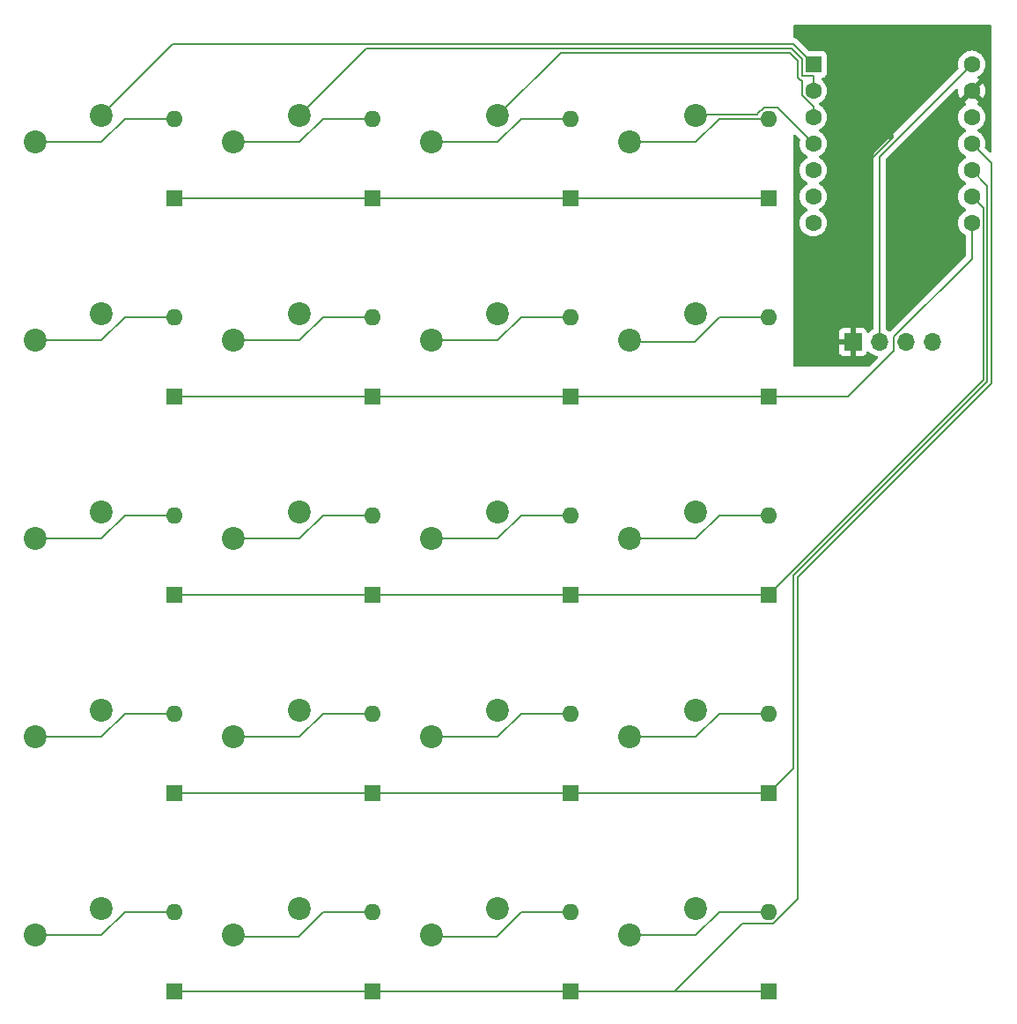
<source format=gbr>
%TF.GenerationSoftware,KiCad,Pcbnew,8.0.5*%
%TF.CreationDate,2024-10-04T21:57:20-05:00*%
%TF.ProjectId,HackPad_Neko,4861636b-5061-4645-9f4e-656b6f2e6b69,rev?*%
%TF.SameCoordinates,Original*%
%TF.FileFunction,Copper,L1,Top*%
%TF.FilePolarity,Positive*%
%FSLAX46Y46*%
G04 Gerber Fmt 4.6, Leading zero omitted, Abs format (unit mm)*
G04 Created by KiCad (PCBNEW 8.0.5) date 2024-10-04 21:57:20*
%MOMM*%
%LPD*%
G01*
G04 APERTURE LIST*
%TA.AperFunction,ComponentPad*%
%ADD10C,2.200000*%
%TD*%
%TA.AperFunction,ComponentPad*%
%ADD11R,1.700000X1.700000*%
%TD*%
%TA.AperFunction,ComponentPad*%
%ADD12O,1.700000X1.700000*%
%TD*%
%TA.AperFunction,ComponentPad*%
%ADD13R,1.600000X1.600000*%
%TD*%
%TA.AperFunction,ComponentPad*%
%ADD14C,1.600000*%
%TD*%
%TA.AperFunction,ComponentPad*%
%ADD15O,1.600000X1.600000*%
%TD*%
%TA.AperFunction,ViaPad*%
%ADD16C,0.600000*%
%TD*%
%TA.AperFunction,Conductor*%
%ADD17C,0.200000*%
%TD*%
G04 APERTURE END LIST*
D10*
%TO.P,MX15,1,1*%
%TO.N,C2*%
X159702500Y-118745000D03*
%TO.P,MX15,2,2*%
%TO.N,Net-(D15-A)*%
X153352500Y-121285000D03*
%TD*%
%TO.P,MX5,1,1*%
%TO.N,C0*%
X121602500Y-80645000D03*
%TO.P,MX5,2,2*%
%TO.N,Net-(D5-A)*%
X115252500Y-83185000D03*
%TD*%
%TO.P,MX18,1,1*%
%TO.N,C1*%
X140652500Y-137795000D03*
%TO.P,MX18,2,2*%
%TO.N,Net-(D18-A)*%
X134302500Y-140335000D03*
%TD*%
%TO.P,MX20,1,1*%
%TO.N,C3*%
X178752500Y-137795000D03*
%TO.P,MX20,2,2*%
%TO.N,Net-(D20-A)*%
X172402500Y-140335000D03*
%TD*%
%TO.P,MX14,1,1*%
%TO.N,C1*%
X140652500Y-118745000D03*
%TO.P,MX14,2,2*%
%TO.N,Net-(D14-A)*%
X134302500Y-121285000D03*
%TD*%
%TO.P,MX3,1,1*%
%TO.N,C2*%
X159702500Y-61595000D03*
%TO.P,MX3,2,2*%
%TO.N,Net-(D3-A)*%
X153352500Y-64135000D03*
%TD*%
%TO.P,MX2,1,1*%
%TO.N,C1*%
X140652500Y-61595000D03*
%TO.P,MX2,2,2*%
%TO.N,Net-(D2-A)*%
X134302500Y-64135000D03*
%TD*%
%TO.P,MX13,1,1*%
%TO.N,C0*%
X121602500Y-118745000D03*
%TO.P,MX13,2,2*%
%TO.N,Net-(D13-A)*%
X115252500Y-121285000D03*
%TD*%
%TO.P,MX6,1,1*%
%TO.N,C1*%
X140652500Y-80645000D03*
%TO.P,MX6,2,2*%
%TO.N,Net-(D6-A)*%
X134302500Y-83185000D03*
%TD*%
%TO.P,MX4,1,1*%
%TO.N,C3*%
X178752500Y-61595000D03*
%TO.P,MX4,2,2*%
%TO.N,Net-(D4-A)*%
X172402500Y-64135000D03*
%TD*%
%TO.P,MX19,1,1*%
%TO.N,C2*%
X159702500Y-137795000D03*
%TO.P,MX19,2,2*%
%TO.N,Net-(D19-A)*%
X153352500Y-140335000D03*
%TD*%
%TO.P,MX10,1,1*%
%TO.N,C1*%
X140652500Y-99695000D03*
%TO.P,MX10,2,2*%
%TO.N,Net-(D10-A)*%
X134302500Y-102235000D03*
%TD*%
%TO.P,MX12,1,1*%
%TO.N,C3*%
X178752500Y-99695000D03*
%TO.P,MX12,2,2*%
%TO.N,Net-(D12-A)*%
X172402500Y-102235000D03*
%TD*%
%TO.P,MX11,1,1*%
%TO.N,C2*%
X159702500Y-99695000D03*
%TO.P,MX11,2,2*%
%TO.N,Net-(D11-A)*%
X153352500Y-102235000D03*
%TD*%
D11*
%TO.P,J1,1,Pin_1*%
%TO.N,GND*%
X193833750Y-83343750D03*
D12*
%TO.P,J1,2,Pin_2*%
%TO.N,+5V*%
X196373750Y-83343750D03*
%TO.P,J1,3,Pin_3*%
%TO.N,SCL*%
X198913750Y-83343750D03*
%TO.P,J1,4,Pin_4*%
%TO.N,SDA*%
X201453750Y-83343750D03*
%TD*%
D10*
%TO.P,MX16,1,1*%
%TO.N,C3*%
X178752500Y-118745000D03*
%TO.P,MX16,2,2*%
%TO.N,Net-(D16-A)*%
X172402500Y-121285000D03*
%TD*%
%TO.P,MX7,1,1*%
%TO.N,C2*%
X159702500Y-80645000D03*
%TO.P,MX7,2,2*%
%TO.N,Net-(D7-A)*%
X153352500Y-83185000D03*
%TD*%
%TO.P,MX17,1,1*%
%TO.N,C0*%
X121602500Y-137795000D03*
%TO.P,MX17,2,2*%
%TO.N,Net-(D17-A)*%
X115252500Y-140335000D03*
%TD*%
%TO.P,MX8,1,1*%
%TO.N,C3*%
X178752500Y-80645000D03*
%TO.P,MX8,2,2*%
%TO.N,Net-(D8-A)*%
X172402500Y-83185000D03*
%TD*%
D13*
%TO.P,U1,1,PA02_A0_D0*%
%TO.N,C0*%
X190023750Y-56667500D03*
D14*
%TO.P,U1,2,PA4_A1_D1*%
%TO.N,C1*%
X190023750Y-59207500D03*
%TO.P,U1,3,PA10_A2_D2*%
%TO.N,C2*%
X190023750Y-61747500D03*
%TO.P,U1,4,PA11_A3_D3*%
%TO.N,C3*%
X190023750Y-64287500D03*
%TO.P,U1,5,PA8_A4_D4_SDA*%
%TO.N,SDA*%
X190023750Y-66827500D03*
%TO.P,U1,6,PA9_A5_D5_SCL*%
%TO.N,SCL*%
X190023750Y-69367500D03*
%TO.P,U1,7,PB08_A6_D6_TX*%
%TO.N,R0*%
X190023750Y-71907500D03*
%TO.P,U1,8,PB09_A7_D7_RX*%
%TO.N,R1*%
X205263750Y-71907500D03*
%TO.P,U1,9,PA7_A8_D8_SCK*%
%TO.N,R2*%
X205263750Y-69367500D03*
%TO.P,U1,10,PA5_A9_D9_MISO*%
%TO.N,R3*%
X205263750Y-66827500D03*
%TO.P,U1,11,PA6_A10_D10_MOSI*%
%TO.N,R4*%
X205263750Y-64287500D03*
%TO.P,U1,12,3V3*%
%TO.N,unconnected-(U1-3V3-Pad12)*%
X205263750Y-61747500D03*
%TO.P,U1,13,GND*%
%TO.N,GND*%
X205263750Y-59207500D03*
%TO.P,U1,14,5V*%
%TO.N,+5V*%
X205263750Y-56667500D03*
%TD*%
D10*
%TO.P,MX1,1,1*%
%TO.N,C0*%
X121602500Y-61595000D03*
%TO.P,MX1,2,2*%
%TO.N,Net-(D1-A)*%
X115252500Y-64135000D03*
%TD*%
%TO.P,MX9,1,1*%
%TO.N,C0*%
X121602500Y-99695000D03*
%TO.P,MX9,2,2*%
%TO.N,Net-(D9-A)*%
X115252500Y-102235000D03*
%TD*%
D13*
%TO.P,D10,1,K*%
%TO.N,R2*%
X147637500Y-107632500D03*
D15*
%TO.P,D10,2,A*%
%TO.N,Net-(D10-A)*%
X147637500Y-100012500D03*
%TD*%
D13*
%TO.P,D1,1,K*%
%TO.N,R0*%
X128587500Y-69532500D03*
D15*
%TO.P,D1,2,A*%
%TO.N,Net-(D1-A)*%
X128587500Y-61912500D03*
%TD*%
D13*
%TO.P,D19,1,K*%
%TO.N,R4*%
X166687500Y-145732500D03*
D15*
%TO.P,D19,2,A*%
%TO.N,Net-(D19-A)*%
X166687500Y-138112500D03*
%TD*%
D13*
%TO.P,D13,1,K*%
%TO.N,R3*%
X128587500Y-126682500D03*
D15*
%TO.P,D13,2,A*%
%TO.N,Net-(D13-A)*%
X128587500Y-119062500D03*
%TD*%
D13*
%TO.P,D18,1,K*%
%TO.N,R4*%
X147637500Y-145732500D03*
D15*
%TO.P,D18,2,A*%
%TO.N,Net-(D18-A)*%
X147637500Y-138112500D03*
%TD*%
D13*
%TO.P,D2,1,K*%
%TO.N,R0*%
X147637500Y-69532500D03*
D15*
%TO.P,D2,2,A*%
%TO.N,Net-(D2-A)*%
X147637500Y-61912500D03*
%TD*%
D13*
%TO.P,D11,1,K*%
%TO.N,R2*%
X166687500Y-107632500D03*
D15*
%TO.P,D11,2,A*%
%TO.N,Net-(D11-A)*%
X166687500Y-100012500D03*
%TD*%
D13*
%TO.P,D3,1,K*%
%TO.N,R0*%
X166687500Y-69532500D03*
D15*
%TO.P,D3,2,A*%
%TO.N,Net-(D3-A)*%
X166687500Y-61912500D03*
%TD*%
D13*
%TO.P,D17,1,K*%
%TO.N,R4*%
X128587500Y-145732500D03*
D15*
%TO.P,D17,2,A*%
%TO.N,Net-(D17-A)*%
X128587500Y-138112500D03*
%TD*%
D13*
%TO.P,D16,1,K*%
%TO.N,R3*%
X185737500Y-126682500D03*
D15*
%TO.P,D16,2,A*%
%TO.N,Net-(D16-A)*%
X185737500Y-119062500D03*
%TD*%
D13*
%TO.P,D9,1,K*%
%TO.N,R2*%
X128587500Y-107632500D03*
D15*
%TO.P,D9,2,A*%
%TO.N,Net-(D9-A)*%
X128587500Y-100012500D03*
%TD*%
D13*
%TO.P,D12,1,K*%
%TO.N,R2*%
X185737500Y-107632500D03*
D15*
%TO.P,D12,2,A*%
%TO.N,Net-(D12-A)*%
X185737500Y-100012500D03*
%TD*%
D13*
%TO.P,D6,1,K*%
%TO.N,R1*%
X147637500Y-88582500D03*
D15*
%TO.P,D6,2,A*%
%TO.N,Net-(D6-A)*%
X147637500Y-80962500D03*
%TD*%
D13*
%TO.P,D7,1,K*%
%TO.N,R1*%
X166687500Y-88582500D03*
D15*
%TO.P,D7,2,A*%
%TO.N,Net-(D7-A)*%
X166687500Y-80962500D03*
%TD*%
D13*
%TO.P,D14,1,K*%
%TO.N,R3*%
X147637500Y-126682500D03*
D15*
%TO.P,D14,2,A*%
%TO.N,Net-(D14-A)*%
X147637500Y-119062500D03*
%TD*%
D13*
%TO.P,D20,1,K*%
%TO.N,R4*%
X185737500Y-145732500D03*
D15*
%TO.P,D20,2,A*%
%TO.N,Net-(D20-A)*%
X185737500Y-138112500D03*
%TD*%
D13*
%TO.P,D4,1,K*%
%TO.N,R0*%
X185737500Y-69532500D03*
D15*
%TO.P,D4,2,A*%
%TO.N,Net-(D4-A)*%
X185737500Y-61912500D03*
%TD*%
D13*
%TO.P,D8,1,K*%
%TO.N,R1*%
X185737500Y-88582500D03*
D15*
%TO.P,D8,2,A*%
%TO.N,Net-(D8-A)*%
X185737500Y-80962500D03*
%TD*%
D13*
%TO.P,D15,1,K*%
%TO.N,R3*%
X166687500Y-126682500D03*
D15*
%TO.P,D15,2,A*%
%TO.N,Net-(D15-A)*%
X166687500Y-119062500D03*
%TD*%
D13*
%TO.P,D5,1,K*%
%TO.N,R1*%
X128587500Y-88582500D03*
D15*
%TO.P,D5,2,A*%
%TO.N,Net-(D5-A)*%
X128587500Y-80962500D03*
%TD*%
D16*
%TO.N,GND*%
X197502328Y-63580392D03*
%TD*%
D17*
%TO.N,Net-(D1-A)*%
X123825000Y-61912500D02*
X128587500Y-61912500D01*
X121602500Y-64135000D02*
X123825000Y-61912500D01*
X115252500Y-64135000D02*
X121602500Y-64135000D01*
%TO.N,R0*%
X128587500Y-69532500D02*
X185737500Y-69532500D01*
X185737500Y-69532500D02*
X185737500Y-70002500D01*
%TO.N,Net-(D2-A)*%
X140652500Y-64135000D02*
X142875000Y-61912500D01*
X134302500Y-64135000D02*
X140652500Y-64135000D01*
X142875000Y-61912500D02*
X147637500Y-61912500D01*
%TO.N,Net-(D3-A)*%
X159702500Y-64135000D02*
X161925000Y-61912500D01*
X153352500Y-64135000D02*
X159702500Y-64135000D01*
X161925000Y-61912500D02*
X166687500Y-61912500D01*
%TO.N,Net-(D4-A)*%
X180975000Y-61912500D02*
X185737500Y-61912500D01*
X172402500Y-64135000D02*
X178752500Y-64135000D01*
X178752500Y-64135000D02*
X180975000Y-61912500D01*
%TO.N,R1*%
X205263750Y-75367404D02*
X205263750Y-71907500D01*
X185737500Y-88582500D02*
X193351250Y-88582500D01*
X197763750Y-84170000D02*
X197763750Y-82867404D01*
X197763750Y-82867404D02*
X205263750Y-75367404D01*
X128587500Y-88582500D02*
X185737500Y-88582500D01*
X193351250Y-88582500D02*
X197763750Y-84170000D01*
%TO.N,Net-(D5-A)*%
X115252500Y-83185000D02*
X121602500Y-83185000D01*
X121602500Y-83185000D02*
X123825000Y-80962500D01*
X123825000Y-80962500D02*
X128587500Y-80962500D01*
%TO.N,Net-(D6-A)*%
X134302500Y-83185000D02*
X140652500Y-83185000D01*
X142875000Y-80962500D02*
X147637500Y-80962500D01*
X140652500Y-83185000D02*
X142875000Y-80962500D01*
%TO.N,Net-(D7-A)*%
X153352500Y-83185000D02*
X159702500Y-83185000D01*
X161925000Y-80962500D02*
X166687500Y-80962500D01*
X159702500Y-83185000D02*
X161925000Y-80962500D01*
%TO.N,Net-(D8-A)*%
X178593750Y-83343750D02*
X180975000Y-80962500D01*
X172561250Y-83343750D02*
X178593750Y-83343750D01*
X180975000Y-80962500D02*
X185737500Y-80962500D01*
X172402500Y-83185000D02*
X172561250Y-83343750D01*
%TO.N,Net-(D9-A)*%
X123825000Y-100012500D02*
X128587500Y-100012500D01*
X115252500Y-102235000D02*
X121602500Y-102235000D01*
X121602500Y-102235000D02*
X123825000Y-100012500D01*
%TO.N,R2*%
X128587500Y-107632500D02*
X185737500Y-107632500D01*
X185737500Y-107632500D02*
X206363750Y-87006250D01*
X206363750Y-87006250D02*
X206363750Y-70467500D01*
X206363750Y-70467500D02*
X205263750Y-69367500D01*
%TO.N,Net-(D10-A)*%
X140652500Y-102235000D02*
X142875000Y-100012500D01*
X142875000Y-100012500D02*
X147637500Y-100012500D01*
X134302500Y-102235000D02*
X140652500Y-102235000D01*
%TO.N,Net-(D11-A)*%
X153352500Y-102235000D02*
X159702500Y-102235000D01*
X161925000Y-100012500D02*
X166687500Y-100012500D01*
X159702500Y-102235000D02*
X161925000Y-100012500D01*
%TO.N,Net-(D12-A)*%
X180975000Y-100012500D02*
X185737500Y-100012500D01*
X178752500Y-102235000D02*
X180975000Y-100012500D01*
X172402500Y-102235000D02*
X178752500Y-102235000D01*
%TO.N,R3*%
X128587500Y-126682500D02*
X185737500Y-126682500D01*
X206763750Y-68327500D02*
X205263750Y-66827500D01*
X185737500Y-126682500D02*
X188118750Y-124301250D01*
X188118750Y-105816936D02*
X206763750Y-87171936D01*
X188118750Y-124301250D02*
X188118750Y-105816936D01*
X206763750Y-87171936D02*
X206763750Y-68327500D01*
%TO.N,Net-(D13-A)*%
X115252500Y-121285000D02*
X121602500Y-121285000D01*
X123825000Y-119062500D02*
X128587500Y-119062500D01*
X121602500Y-121285000D02*
X123825000Y-119062500D01*
%TO.N,Net-(D14-A)*%
X142875000Y-119062500D02*
X147637500Y-119062500D01*
X134302500Y-121285000D02*
X140652500Y-121285000D01*
X140652500Y-121285000D02*
X142875000Y-119062500D01*
%TO.N,Net-(D15-A)*%
X161925000Y-119062500D02*
X166687500Y-119062500D01*
X153352500Y-121285000D02*
X159702500Y-121285000D01*
X159702500Y-121285000D02*
X161925000Y-119062500D01*
%TO.N,Net-(D16-A)*%
X180975000Y-119062500D02*
X185737500Y-119062500D01*
X172402500Y-121285000D02*
X178752500Y-121285000D01*
X178752500Y-121285000D02*
X180975000Y-119062500D01*
%TO.N,Net-(D17-A)*%
X123825000Y-138112500D02*
X128587500Y-138112500D01*
X115252500Y-140335000D02*
X121602500Y-140335000D01*
X121602500Y-140335000D02*
X123825000Y-138112500D01*
%TO.N,R4*%
X128587500Y-145732500D02*
X185737500Y-145732500D01*
X188518750Y-105982622D02*
X207163750Y-87337622D01*
X207163750Y-87337622D02*
X207163750Y-66187500D01*
X186193135Y-139212500D02*
X188518750Y-136886885D01*
X176678402Y-145732500D02*
X183198402Y-139212500D01*
X207163750Y-66187500D02*
X205263750Y-64287500D01*
X185737500Y-145732500D02*
X176678402Y-145732500D01*
X188518750Y-136886885D02*
X188518750Y-105982622D01*
X183198402Y-139212500D02*
X186193135Y-139212500D01*
%TO.N,Net-(D18-A)*%
X134461250Y-140493750D02*
X140493750Y-140493750D01*
X134302500Y-140335000D02*
X134461250Y-140493750D01*
X140493750Y-140493750D02*
X142875000Y-138112500D01*
X142875000Y-138112500D02*
X147637500Y-138112500D01*
%TO.N,Net-(D19-A)*%
X153511250Y-140493750D02*
X159543750Y-140493750D01*
X161925000Y-138112500D02*
X166687500Y-138112500D01*
X153352500Y-140335000D02*
X153511250Y-140493750D01*
X159543750Y-140493750D02*
X161925000Y-138112500D01*
%TO.N,Net-(D20-A)*%
X178752500Y-140335000D02*
X180975000Y-138112500D01*
X180975000Y-138112500D02*
X185737500Y-138112500D01*
X172402500Y-140335000D02*
X178752500Y-140335000D01*
%TO.N,C0*%
X121602500Y-61595000D02*
X128428750Y-54768750D01*
X188125000Y-54768750D02*
X190023750Y-56667500D01*
X128428750Y-54768750D02*
X188125000Y-54768750D01*
%TO.N,C1*%
X190023750Y-57767500D02*
X190023750Y-59207500D01*
X140652500Y-61595000D02*
X147078750Y-55168750D01*
X188923750Y-57767500D02*
X190023750Y-57767500D01*
X187959314Y-55168750D02*
X188923750Y-56133186D01*
X188923750Y-56133186D02*
X188923750Y-57767500D01*
X147078750Y-55168750D02*
X187959314Y-55168750D01*
%TO.N,C2*%
X188758065Y-58167500D02*
X188523750Y-57933185D01*
X190023750Y-60763135D02*
X188923750Y-59663135D01*
X188923750Y-58167500D02*
X188758065Y-58167500D01*
X187793628Y-55568750D02*
X165728750Y-55568750D01*
X188523750Y-56298872D02*
X187793628Y-55568750D01*
X188523750Y-57933185D02*
X188523750Y-56298872D01*
X190023750Y-61747500D02*
X190023750Y-60763135D01*
X188923750Y-59663135D02*
X188923750Y-58167500D01*
X165728750Y-55568750D02*
X159702500Y-61595000D01*
%TO.N,C3*%
X184637500Y-61456865D02*
X185281865Y-60812500D01*
X184637500Y-61512500D02*
X184637500Y-61456865D01*
X178835000Y-61512500D02*
X184637500Y-61512500D01*
X186548750Y-60812500D02*
X190023750Y-64287500D01*
X185281865Y-60812500D02*
X186548750Y-60812500D01*
X178752500Y-61595000D02*
X178835000Y-61512500D01*
%TO.N,+5V*%
X196373750Y-65560625D02*
X205263750Y-56670625D01*
X205263750Y-56670625D02*
X205263750Y-56667500D01*
X196373750Y-83343750D02*
X196373750Y-65560625D01*
%TO.N,GND*%
X197502328Y-63863236D02*
X193833750Y-67531814D01*
X197502328Y-63580392D02*
X197502328Y-63863236D01*
X193833750Y-67531814D02*
X193833750Y-83343750D01*
%TD*%
%TA.AperFunction,Conductor*%
%TO.N,GND*%
G36*
X207111789Y-52907685D02*
G01*
X207157544Y-52960489D01*
X207168750Y-53012000D01*
X207168750Y-65043902D01*
X207149065Y-65110941D01*
X207096261Y-65156696D01*
X207027103Y-65166640D01*
X206963547Y-65137615D01*
X206957069Y-65131583D01*
X206555691Y-64730206D01*
X206522206Y-64668883D01*
X206523597Y-64610431D01*
X206549385Y-64514192D01*
X206569218Y-64287500D01*
X206549385Y-64060808D01*
X206490489Y-63841004D01*
X206394318Y-63634766D01*
X206263797Y-63448361D01*
X206263795Y-63448358D01*
X206102891Y-63287454D01*
X205916484Y-63156932D01*
X205916478Y-63156929D01*
X205858475Y-63129882D01*
X205806035Y-63083710D01*
X205786883Y-63016517D01*
X205807098Y-62949635D01*
X205858475Y-62905118D01*
X205916484Y-62878068D01*
X206102889Y-62747547D01*
X206263797Y-62586639D01*
X206394318Y-62400234D01*
X206490489Y-62193996D01*
X206549385Y-61974192D01*
X206569218Y-61747500D01*
X206549385Y-61520808D01*
X206490489Y-61301004D01*
X206394318Y-61094766D01*
X206263797Y-60908361D01*
X206263795Y-60908358D01*
X206102891Y-60747454D01*
X205916485Y-60616933D01*
X205916486Y-60616933D01*
X205916484Y-60616932D01*
X205857882Y-60589605D01*
X205805444Y-60543433D01*
X205786293Y-60476239D01*
X205806509Y-60409358D01*
X205857885Y-60364841D01*
X205916232Y-60337633D01*
X205989221Y-60286524D01*
X205393159Y-59690462D01*
X205456743Y-59673425D01*
X205570757Y-59607599D01*
X205663849Y-59514507D01*
X205729675Y-59400493D01*
X205746712Y-59336909D01*
X206342774Y-59932971D01*
X206393886Y-59859978D01*
X206490014Y-59653831D01*
X206490019Y-59653817D01*
X206548889Y-59434110D01*
X206548891Y-59434099D01*
X206568716Y-59207502D01*
X206568716Y-59207497D01*
X206548891Y-58980900D01*
X206548889Y-58980889D01*
X206490019Y-58761182D01*
X206490014Y-58761168D01*
X206393886Y-58555021D01*
X206393882Y-58555013D01*
X206342775Y-58482026D01*
X205746712Y-59078089D01*
X205729675Y-59014507D01*
X205663849Y-58900493D01*
X205570757Y-58807401D01*
X205456743Y-58741575D01*
X205393158Y-58724537D01*
X205989222Y-58128474D01*
X205916230Y-58077364D01*
X205857884Y-58050157D01*
X205805445Y-58003984D01*
X205786293Y-57936791D01*
X205806509Y-57869910D01*
X205857884Y-57825393D01*
X205916484Y-57798068D01*
X206102889Y-57667547D01*
X206263797Y-57506639D01*
X206394318Y-57320234D01*
X206490489Y-57113996D01*
X206549385Y-56894192D01*
X206569218Y-56667500D01*
X206549385Y-56440808D01*
X206490489Y-56221004D01*
X206394318Y-56014766D01*
X206263797Y-55828361D01*
X206263795Y-55828358D01*
X206102891Y-55667454D01*
X205916484Y-55536932D01*
X205916482Y-55536931D01*
X205710247Y-55440761D01*
X205710238Y-55440758D01*
X205490447Y-55381866D01*
X205490443Y-55381865D01*
X205490442Y-55381865D01*
X205490441Y-55381864D01*
X205490436Y-55381864D01*
X205263752Y-55362032D01*
X205263748Y-55362032D01*
X205037063Y-55381864D01*
X205037052Y-55381866D01*
X204817261Y-55440758D01*
X204817252Y-55440761D01*
X204611017Y-55536931D01*
X204611015Y-55536932D01*
X204424608Y-55667454D01*
X204263704Y-55828358D01*
X204133182Y-56014765D01*
X204133181Y-56014767D01*
X204037011Y-56221002D01*
X204037008Y-56221011D01*
X203978116Y-56440802D01*
X203978114Y-56440813D01*
X203958282Y-56667498D01*
X203958282Y-56667501D01*
X203978114Y-56894186D01*
X203978116Y-56894197D01*
X204004562Y-56992895D01*
X204002899Y-57062745D01*
X203972468Y-57112669D01*
X196005036Y-65080103D01*
X195893231Y-65191907D01*
X195893229Y-65191909D01*
X195869838Y-65232425D01*
X195859951Y-65249551D01*
X195838015Y-65287545D01*
X195814173Y-65328839D01*
X195814173Y-65328840D01*
X195773249Y-65481568D01*
X195773249Y-65481570D01*
X195773249Y-65649671D01*
X195773250Y-65649684D01*
X195773250Y-82054658D01*
X195753565Y-82121697D01*
X195701664Y-82167036D01*
X195695923Y-82169713D01*
X195695919Y-82169715D01*
X195502350Y-82305253D01*
X195380034Y-82427569D01*
X195318711Y-82461053D01*
X195249019Y-82456069D01*
X195193086Y-82414197D01*
X195176171Y-82383220D01*
X195127104Y-82251663D01*
X195127100Y-82251656D01*
X195040940Y-82136562D01*
X195040937Y-82136559D01*
X194925843Y-82050399D01*
X194925836Y-82050395D01*
X194791129Y-82000153D01*
X194791122Y-82000151D01*
X194731594Y-81993750D01*
X194083750Y-81993750D01*
X194083750Y-82910738D01*
X194026743Y-82877825D01*
X193899576Y-82843750D01*
X193767924Y-82843750D01*
X193640757Y-82877825D01*
X193583750Y-82910738D01*
X193583750Y-81993750D01*
X192935905Y-81993750D01*
X192876377Y-82000151D01*
X192876370Y-82000153D01*
X192741663Y-82050395D01*
X192741656Y-82050399D01*
X192626562Y-82136559D01*
X192626559Y-82136562D01*
X192540399Y-82251656D01*
X192540395Y-82251663D01*
X192490153Y-82386370D01*
X192490151Y-82386377D01*
X192483750Y-82445905D01*
X192483750Y-83093750D01*
X193400738Y-83093750D01*
X193367825Y-83150757D01*
X193333750Y-83277924D01*
X193333750Y-83409576D01*
X193367825Y-83536743D01*
X193400738Y-83593750D01*
X192483750Y-83593750D01*
X192483750Y-84241594D01*
X192490151Y-84301122D01*
X192490153Y-84301129D01*
X192540395Y-84435836D01*
X192540399Y-84435843D01*
X192626559Y-84550937D01*
X192626562Y-84550940D01*
X192741656Y-84637100D01*
X192741663Y-84637104D01*
X192876370Y-84687346D01*
X192876377Y-84687348D01*
X192935905Y-84693749D01*
X192935922Y-84693750D01*
X193583750Y-84693750D01*
X193583750Y-83776762D01*
X193640757Y-83809675D01*
X193767924Y-83843750D01*
X193899576Y-83843750D01*
X194026743Y-83809675D01*
X194083750Y-83776762D01*
X194083750Y-84693750D01*
X194731578Y-84693750D01*
X194731594Y-84693749D01*
X194791122Y-84687348D01*
X194791129Y-84687346D01*
X194925836Y-84637104D01*
X194925843Y-84637100D01*
X195040937Y-84550940D01*
X195040940Y-84550937D01*
X195127100Y-84435843D01*
X195127104Y-84435836D01*
X195176172Y-84304279D01*
X195218043Y-84248345D01*
X195283507Y-84223928D01*
X195351780Y-84238780D01*
X195380035Y-84259931D01*
X195502349Y-84382245D01*
X195578885Y-84435836D01*
X195695915Y-84517782D01*
X195695917Y-84517783D01*
X195695920Y-84517785D01*
X195910087Y-84617653D01*
X196138342Y-84678813D01*
X196138346Y-84678813D01*
X196141745Y-84679724D01*
X196201405Y-84716088D01*
X196231935Y-84778935D01*
X196223641Y-84848311D01*
X196197333Y-84887180D01*
X195395833Y-85688681D01*
X195334510Y-85722166D01*
X195308152Y-85725000D01*
X188242750Y-85725000D01*
X188175711Y-85705315D01*
X188129956Y-85652511D01*
X188118750Y-85601000D01*
X188118750Y-63531097D01*
X188138435Y-63464058D01*
X188191239Y-63418303D01*
X188260397Y-63408359D01*
X188323953Y-63437384D01*
X188330431Y-63443416D01*
X188731808Y-63844793D01*
X188765293Y-63906116D01*
X188763902Y-63964567D01*
X188738116Y-64060802D01*
X188738114Y-64060813D01*
X188718282Y-64287498D01*
X188718282Y-64287501D01*
X188738114Y-64514186D01*
X188738116Y-64514197D01*
X188797008Y-64733988D01*
X188797011Y-64733997D01*
X188893181Y-64940232D01*
X188893182Y-64940234D01*
X189023704Y-65126641D01*
X189184608Y-65287545D01*
X189184611Y-65287547D01*
X189371016Y-65418068D01*
X189429025Y-65445118D01*
X189481464Y-65491291D01*
X189500616Y-65558484D01*
X189480400Y-65625365D01*
X189429025Y-65669882D01*
X189371017Y-65696931D01*
X189371015Y-65696932D01*
X189184608Y-65827454D01*
X189023704Y-65988358D01*
X188893182Y-66174765D01*
X188893181Y-66174767D01*
X188797011Y-66381002D01*
X188797008Y-66381011D01*
X188738116Y-66600802D01*
X188738114Y-66600813D01*
X188718282Y-66827498D01*
X188718282Y-66827501D01*
X188738114Y-67054186D01*
X188738116Y-67054197D01*
X188797008Y-67273988D01*
X188797011Y-67273997D01*
X188893181Y-67480232D01*
X188893182Y-67480234D01*
X189023704Y-67666641D01*
X189184608Y-67827545D01*
X189184611Y-67827547D01*
X189371016Y-67958068D01*
X189429025Y-67985118D01*
X189481464Y-68031291D01*
X189500616Y-68098484D01*
X189480400Y-68165365D01*
X189429025Y-68209882D01*
X189371017Y-68236931D01*
X189371015Y-68236932D01*
X189184608Y-68367454D01*
X189023704Y-68528358D01*
X188893182Y-68714765D01*
X188893181Y-68714767D01*
X188797011Y-68921002D01*
X188797008Y-68921011D01*
X188738116Y-69140802D01*
X188738114Y-69140813D01*
X188718282Y-69367498D01*
X188718282Y-69367501D01*
X188738114Y-69594186D01*
X188738116Y-69594197D01*
X188797008Y-69813988D01*
X188797011Y-69813997D01*
X188893181Y-70020232D01*
X188893182Y-70020234D01*
X189023704Y-70206641D01*
X189184608Y-70367545D01*
X189184611Y-70367547D01*
X189371016Y-70498068D01*
X189429025Y-70525118D01*
X189481464Y-70571291D01*
X189500616Y-70638484D01*
X189480400Y-70705365D01*
X189429025Y-70749882D01*
X189371017Y-70776931D01*
X189371015Y-70776932D01*
X189184608Y-70907454D01*
X189023704Y-71068358D01*
X188893182Y-71254765D01*
X188893181Y-71254767D01*
X188797011Y-71461002D01*
X188797008Y-71461011D01*
X188738116Y-71680802D01*
X188738114Y-71680813D01*
X188718282Y-71907498D01*
X188718282Y-71907501D01*
X188738114Y-72134186D01*
X188738116Y-72134197D01*
X188797008Y-72353988D01*
X188797011Y-72353997D01*
X188893181Y-72560232D01*
X188893182Y-72560234D01*
X189023704Y-72746641D01*
X189184608Y-72907545D01*
X189184611Y-72907547D01*
X189371016Y-73038068D01*
X189577254Y-73134239D01*
X189797058Y-73193135D01*
X189958980Y-73207301D01*
X190023748Y-73212968D01*
X190023750Y-73212968D01*
X190023752Y-73212968D01*
X190080423Y-73208009D01*
X190250442Y-73193135D01*
X190470246Y-73134239D01*
X190676484Y-73038068D01*
X190862889Y-72907547D01*
X191023797Y-72746639D01*
X191154318Y-72560234D01*
X191250489Y-72353996D01*
X191309385Y-72134192D01*
X191329218Y-71907500D01*
X191309385Y-71680808D01*
X191250489Y-71461004D01*
X191154318Y-71254766D01*
X191023797Y-71068361D01*
X191023795Y-71068358D01*
X190862891Y-70907454D01*
X190676484Y-70776932D01*
X190676478Y-70776929D01*
X190618475Y-70749882D01*
X190566035Y-70703710D01*
X190546883Y-70636517D01*
X190567098Y-70569635D01*
X190618475Y-70525118D01*
X190676484Y-70498068D01*
X190862889Y-70367547D01*
X191023797Y-70206639D01*
X191154318Y-70020234D01*
X191250489Y-69813996D01*
X191309385Y-69594192D01*
X191329218Y-69367500D01*
X191309385Y-69140808D01*
X191250489Y-68921004D01*
X191154318Y-68714766D01*
X191023797Y-68528361D01*
X191023795Y-68528358D01*
X190862891Y-68367454D01*
X190676484Y-68236932D01*
X190676478Y-68236929D01*
X190618475Y-68209882D01*
X190566035Y-68163710D01*
X190546883Y-68096517D01*
X190567098Y-68029635D01*
X190618475Y-67985118D01*
X190676484Y-67958068D01*
X190862889Y-67827547D01*
X191023797Y-67666639D01*
X191154318Y-67480234D01*
X191250489Y-67273996D01*
X191309385Y-67054192D01*
X191329218Y-66827500D01*
X191309385Y-66600808D01*
X191250489Y-66381004D01*
X191154318Y-66174766D01*
X191023797Y-65988361D01*
X191023795Y-65988358D01*
X190862891Y-65827454D01*
X190676484Y-65696932D01*
X190676478Y-65696929D01*
X190618475Y-65669882D01*
X190566035Y-65623710D01*
X190546883Y-65556517D01*
X190567098Y-65489635D01*
X190618475Y-65445118D01*
X190676484Y-65418068D01*
X190862889Y-65287547D01*
X191023797Y-65126639D01*
X191154318Y-64940234D01*
X191250489Y-64733996D01*
X191309385Y-64514192D01*
X191329218Y-64287500D01*
X191309385Y-64060808D01*
X191250489Y-63841004D01*
X191154318Y-63634766D01*
X191023797Y-63448361D01*
X191023795Y-63448358D01*
X190862891Y-63287454D01*
X190676484Y-63156932D01*
X190676478Y-63156929D01*
X190618475Y-63129882D01*
X190566035Y-63083710D01*
X190546883Y-63016517D01*
X190567098Y-62949635D01*
X190618475Y-62905118D01*
X190676484Y-62878068D01*
X190862889Y-62747547D01*
X191023797Y-62586639D01*
X191154318Y-62400234D01*
X191250489Y-62193996D01*
X191309385Y-61974192D01*
X191329218Y-61747500D01*
X191309385Y-61520808D01*
X191250489Y-61301004D01*
X191154318Y-61094766D01*
X191023797Y-60908361D01*
X191023795Y-60908358D01*
X190862891Y-60747454D01*
X190676481Y-60616930D01*
X190676476Y-60616927D01*
X190648634Y-60603944D01*
X190596195Y-60557771D01*
X190587694Y-60538337D01*
X190586437Y-60538858D01*
X190583327Y-60531351D01*
X190583327Y-60531350D01*
X190582827Y-60530485D01*
X190582628Y-60529662D01*
X190580216Y-60523839D01*
X190581124Y-60523462D01*
X190566354Y-60462586D01*
X190589205Y-60396559D01*
X190637810Y-60356102D01*
X190676484Y-60338068D01*
X190862889Y-60207547D01*
X191023797Y-60046639D01*
X191154318Y-59860234D01*
X191250489Y-59653996D01*
X191309385Y-59434192D01*
X191329218Y-59207500D01*
X191309385Y-58980808D01*
X191250489Y-58761004D01*
X191154318Y-58554766D01*
X191023797Y-58368361D01*
X191023795Y-58368358D01*
X190862893Y-58207456D01*
X190838286Y-58190226D01*
X190794662Y-58135649D01*
X190787469Y-58066150D01*
X190818991Y-58003796D01*
X190879221Y-57968382D01*
X190896154Y-57965361D01*
X190931233Y-57961591D01*
X191066081Y-57911296D01*
X191181296Y-57825046D01*
X191267546Y-57709831D01*
X191317841Y-57574983D01*
X191324250Y-57515373D01*
X191324249Y-55819628D01*
X191317841Y-55760017D01*
X191306021Y-55728327D01*
X191267547Y-55625171D01*
X191267543Y-55625164D01*
X191181297Y-55509955D01*
X191181294Y-55509952D01*
X191066085Y-55423706D01*
X191066078Y-55423702D01*
X190931232Y-55373408D01*
X190931233Y-55373408D01*
X190871633Y-55367001D01*
X190871631Y-55367000D01*
X190871623Y-55367000D01*
X190871615Y-55367000D01*
X189623847Y-55367000D01*
X189556808Y-55347315D01*
X189536166Y-55330681D01*
X188612590Y-54407105D01*
X188612588Y-54407102D01*
X188493717Y-54288231D01*
X188493716Y-54288230D01*
X188406904Y-54238110D01*
X188406904Y-54238109D01*
X188406900Y-54238108D01*
X188356785Y-54209173D01*
X188210656Y-54170017D01*
X188150995Y-54133651D01*
X188120467Y-54070804D01*
X188118750Y-54050242D01*
X188118750Y-53012000D01*
X188138435Y-52944961D01*
X188191239Y-52899206D01*
X188242750Y-52888000D01*
X207044750Y-52888000D01*
X207111789Y-52907685D01*
G37*
%TD.AperFunction*%
%TA.AperFunction,Conductor*%
G36*
X203885586Y-59000536D02*
G01*
X203941519Y-59042408D01*
X203965936Y-59107872D01*
X203965780Y-59127524D01*
X203958784Y-59207496D01*
X203958784Y-59207502D01*
X203978608Y-59434099D01*
X203978610Y-59434110D01*
X204037480Y-59653817D01*
X204037485Y-59653831D01*
X204133613Y-59859978D01*
X204184724Y-59932972D01*
X204780787Y-59336908D01*
X204797825Y-59400493D01*
X204863651Y-59514507D01*
X204956743Y-59607599D01*
X205070757Y-59673425D01*
X205134340Y-59690462D01*
X204538276Y-60286525D01*
X204611263Y-60337632D01*
X204611271Y-60337636D01*
X204669614Y-60364842D01*
X204722054Y-60411014D01*
X204741206Y-60478207D01*
X204720991Y-60545089D01*
X204669616Y-60589605D01*
X204611022Y-60616928D01*
X204611015Y-60616932D01*
X204424608Y-60747454D01*
X204263704Y-60908358D01*
X204133182Y-61094765D01*
X204133181Y-61094767D01*
X204037011Y-61301002D01*
X204037008Y-61301011D01*
X203978116Y-61520802D01*
X203978114Y-61520813D01*
X203958282Y-61747498D01*
X203958282Y-61747501D01*
X203978114Y-61974186D01*
X203978116Y-61974197D01*
X204037008Y-62193988D01*
X204037011Y-62193997D01*
X204133181Y-62400232D01*
X204133182Y-62400234D01*
X204263704Y-62586641D01*
X204424608Y-62747545D01*
X204424611Y-62747547D01*
X204611016Y-62878068D01*
X204669025Y-62905118D01*
X204721464Y-62951291D01*
X204740616Y-63018484D01*
X204720400Y-63085365D01*
X204669025Y-63129882D01*
X204611017Y-63156931D01*
X204611015Y-63156932D01*
X204424608Y-63287454D01*
X204263704Y-63448358D01*
X204133182Y-63634765D01*
X204133181Y-63634767D01*
X204037011Y-63841002D01*
X204037008Y-63841011D01*
X203978116Y-64060802D01*
X203978114Y-64060813D01*
X203958282Y-64287498D01*
X203958282Y-64287501D01*
X203978114Y-64514186D01*
X203978116Y-64514197D01*
X204037008Y-64733988D01*
X204037011Y-64733997D01*
X204133181Y-64940232D01*
X204133182Y-64940234D01*
X204263704Y-65126641D01*
X204424608Y-65287545D01*
X204424611Y-65287547D01*
X204611016Y-65418068D01*
X204669025Y-65445118D01*
X204721464Y-65491291D01*
X204740616Y-65558484D01*
X204720400Y-65625365D01*
X204669025Y-65669882D01*
X204611017Y-65696931D01*
X204611015Y-65696932D01*
X204424608Y-65827454D01*
X204263704Y-65988358D01*
X204133182Y-66174765D01*
X204133181Y-66174767D01*
X204037011Y-66381002D01*
X204037008Y-66381011D01*
X203978116Y-66600802D01*
X203978114Y-66600813D01*
X203958282Y-66827498D01*
X203958282Y-66827501D01*
X203978114Y-67054186D01*
X203978116Y-67054197D01*
X204037008Y-67273988D01*
X204037011Y-67273997D01*
X204133181Y-67480232D01*
X204133182Y-67480234D01*
X204263704Y-67666641D01*
X204424608Y-67827545D01*
X204424611Y-67827547D01*
X204611016Y-67958068D01*
X204669025Y-67985118D01*
X204721464Y-68031291D01*
X204740616Y-68098484D01*
X204720400Y-68165365D01*
X204669025Y-68209882D01*
X204611017Y-68236931D01*
X204611015Y-68236932D01*
X204424608Y-68367454D01*
X204263704Y-68528358D01*
X204133182Y-68714765D01*
X204133181Y-68714767D01*
X204037011Y-68921002D01*
X204037008Y-68921011D01*
X203978116Y-69140802D01*
X203978114Y-69140813D01*
X203958282Y-69367498D01*
X203958282Y-69367501D01*
X203978114Y-69594186D01*
X203978116Y-69594197D01*
X204037008Y-69813988D01*
X204037011Y-69813997D01*
X204133181Y-70020232D01*
X204133182Y-70020234D01*
X204263704Y-70206641D01*
X204424608Y-70367545D01*
X204424611Y-70367547D01*
X204611016Y-70498068D01*
X204669025Y-70525118D01*
X204721464Y-70571291D01*
X204740616Y-70638484D01*
X204720400Y-70705365D01*
X204669025Y-70749882D01*
X204611017Y-70776931D01*
X204611015Y-70776932D01*
X204424608Y-70907454D01*
X204263704Y-71068358D01*
X204133182Y-71254765D01*
X204133181Y-71254767D01*
X204037011Y-71461002D01*
X204037008Y-71461011D01*
X203978116Y-71680802D01*
X203978114Y-71680813D01*
X203958282Y-71907498D01*
X203958282Y-71907501D01*
X203978114Y-72134186D01*
X203978116Y-72134197D01*
X204037008Y-72353988D01*
X204037011Y-72353997D01*
X204133181Y-72560232D01*
X204133182Y-72560234D01*
X204263704Y-72746641D01*
X204424608Y-72907545D01*
X204424611Y-72907547D01*
X204610374Y-73037618D01*
X204653998Y-73092193D01*
X204663250Y-73139192D01*
X204663250Y-75067306D01*
X204643565Y-75134345D01*
X204626931Y-75154987D01*
X197448588Y-82333330D01*
X197387265Y-82366815D01*
X197317573Y-82361831D01*
X197273226Y-82333330D01*
X197245152Y-82305256D01*
X197245145Y-82305251D01*
X197051581Y-82169715D01*
X197051576Y-82169712D01*
X197045841Y-82167038D01*
X196993403Y-82120863D01*
X196974250Y-82054658D01*
X196974250Y-65860721D01*
X196993935Y-65793682D01*
X197010564Y-65773045D01*
X203754575Y-59029034D01*
X203815894Y-58995552D01*
X203885586Y-59000536D01*
G37*
%TD.AperFunction*%
%TD*%
M02*

</source>
